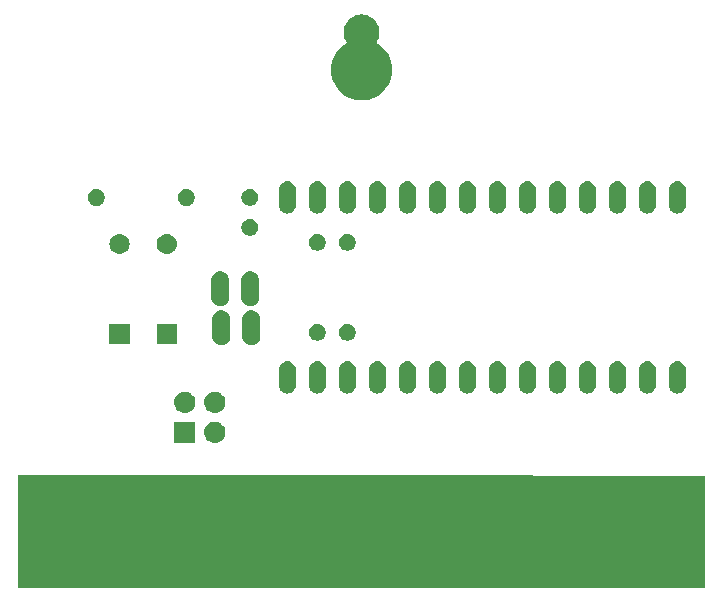
<source format=gbr>
G04 #@! TF.GenerationSoftware,KiCad,Pcbnew,5.0.2-bee76a0~70~ubuntu18.04.1*
G04 #@! TF.CreationDate,2021-04-24T22:48:44-04:00*
G04 #@! TF.ProjectId,SimpleC64Cart,53696d70-6c65-4433-9634-436172742e6b,rev?*
G04 #@! TF.SameCoordinates,Original*
G04 #@! TF.FileFunction,Soldermask,Bot*
G04 #@! TF.FilePolarity,Negative*
%FSLAX46Y46*%
G04 Gerber Fmt 4.6, Leading zero omitted, Abs format (unit mm)*
G04 Created by KiCad (PCBNEW 5.0.2-bee76a0~70~ubuntu18.04.1) date Sat 24 Apr 2021 10:48:44 PM EDT*
%MOMM*%
%LPD*%
G01*
G04 APERTURE LIST*
%ADD10C,0.100000*%
G04 APERTURE END LIST*
D10*
G36*
X119402319Y-119970004D02*
X119402320Y-119970004D01*
X148602674Y-119980037D01*
X177600000Y-119990000D01*
X177600000Y-129510000D01*
X119390000Y-129510000D01*
X119390000Y-119970000D01*
X119402319Y-119970004D01*
X119402319Y-119970004D01*
G37*
G36*
X136170442Y-115425518D02*
X136236627Y-115432037D01*
X136349853Y-115466384D01*
X136406467Y-115483557D01*
X136545087Y-115557652D01*
X136562991Y-115567222D01*
X136598729Y-115596552D01*
X136700186Y-115679814D01*
X136783448Y-115781271D01*
X136812778Y-115817009D01*
X136812779Y-115817011D01*
X136896443Y-115973533D01*
X136896443Y-115973534D01*
X136947963Y-116143373D01*
X136965359Y-116320000D01*
X136947963Y-116496627D01*
X136913616Y-116609853D01*
X136896443Y-116666467D01*
X136822348Y-116805087D01*
X136812778Y-116822991D01*
X136783448Y-116858729D01*
X136700186Y-116960186D01*
X136598729Y-117043448D01*
X136562991Y-117072778D01*
X136562989Y-117072779D01*
X136406467Y-117156443D01*
X136349853Y-117173616D01*
X136236627Y-117207963D01*
X136170443Y-117214481D01*
X136104260Y-117221000D01*
X136015740Y-117221000D01*
X135949557Y-117214481D01*
X135883373Y-117207963D01*
X135770147Y-117173616D01*
X135713533Y-117156443D01*
X135557011Y-117072779D01*
X135557009Y-117072778D01*
X135521271Y-117043448D01*
X135419814Y-116960186D01*
X135336552Y-116858729D01*
X135307222Y-116822991D01*
X135297652Y-116805087D01*
X135223557Y-116666467D01*
X135206384Y-116609853D01*
X135172037Y-116496627D01*
X135154641Y-116320000D01*
X135172037Y-116143373D01*
X135223557Y-115973534D01*
X135223557Y-115973533D01*
X135307221Y-115817011D01*
X135307222Y-115817009D01*
X135336552Y-115781271D01*
X135419814Y-115679814D01*
X135521271Y-115596552D01*
X135557009Y-115567222D01*
X135574913Y-115557652D01*
X135713533Y-115483557D01*
X135770147Y-115466384D01*
X135883373Y-115432037D01*
X135949558Y-115425518D01*
X136015740Y-115419000D01*
X136104260Y-115419000D01*
X136170442Y-115425518D01*
X136170442Y-115425518D01*
G37*
G36*
X134421000Y-117221000D02*
X132619000Y-117221000D01*
X132619000Y-115419000D01*
X134421000Y-115419000D01*
X134421000Y-117221000D01*
X134421000Y-117221000D01*
G37*
G36*
X136170442Y-112885518D02*
X136236627Y-112892037D01*
X136347606Y-112925702D01*
X136406467Y-112943557D01*
X136496613Y-112991742D01*
X136562991Y-113027222D01*
X136598729Y-113056552D01*
X136700186Y-113139814D01*
X136783448Y-113241271D01*
X136812778Y-113277009D01*
X136812779Y-113277011D01*
X136896443Y-113433533D01*
X136896443Y-113433534D01*
X136947963Y-113603373D01*
X136965359Y-113780000D01*
X136947963Y-113956627D01*
X136913616Y-114069853D01*
X136896443Y-114126467D01*
X136822348Y-114265087D01*
X136812778Y-114282991D01*
X136783448Y-114318729D01*
X136700186Y-114420186D01*
X136598729Y-114503448D01*
X136562991Y-114532778D01*
X136562989Y-114532779D01*
X136406467Y-114616443D01*
X136349853Y-114633616D01*
X136236627Y-114667963D01*
X136170442Y-114674482D01*
X136104260Y-114681000D01*
X136015740Y-114681000D01*
X135949558Y-114674482D01*
X135883373Y-114667963D01*
X135770147Y-114633616D01*
X135713533Y-114616443D01*
X135557011Y-114532779D01*
X135557009Y-114532778D01*
X135521271Y-114503448D01*
X135419814Y-114420186D01*
X135336552Y-114318729D01*
X135307222Y-114282991D01*
X135297652Y-114265087D01*
X135223557Y-114126467D01*
X135206384Y-114069853D01*
X135172037Y-113956627D01*
X135154641Y-113780000D01*
X135172037Y-113603373D01*
X135223557Y-113433534D01*
X135223557Y-113433533D01*
X135307221Y-113277011D01*
X135307222Y-113277009D01*
X135336552Y-113241271D01*
X135419814Y-113139814D01*
X135521271Y-113056552D01*
X135557009Y-113027222D01*
X135623387Y-112991742D01*
X135713533Y-112943557D01*
X135772394Y-112925702D01*
X135883373Y-112892037D01*
X135949558Y-112885518D01*
X136015740Y-112879000D01*
X136104260Y-112879000D01*
X136170442Y-112885518D01*
X136170442Y-112885518D01*
G37*
G36*
X133630442Y-112885518D02*
X133696627Y-112892037D01*
X133807606Y-112925702D01*
X133866467Y-112943557D01*
X133956613Y-112991742D01*
X134022991Y-113027222D01*
X134058729Y-113056552D01*
X134160186Y-113139814D01*
X134243448Y-113241271D01*
X134272778Y-113277009D01*
X134272779Y-113277011D01*
X134356443Y-113433533D01*
X134356443Y-113433534D01*
X134407963Y-113603373D01*
X134425359Y-113780000D01*
X134407963Y-113956627D01*
X134373616Y-114069853D01*
X134356443Y-114126467D01*
X134282348Y-114265087D01*
X134272778Y-114282991D01*
X134243448Y-114318729D01*
X134160186Y-114420186D01*
X134058729Y-114503448D01*
X134022991Y-114532778D01*
X134022989Y-114532779D01*
X133866467Y-114616443D01*
X133809853Y-114633616D01*
X133696627Y-114667963D01*
X133630442Y-114674482D01*
X133564260Y-114681000D01*
X133475740Y-114681000D01*
X133409558Y-114674482D01*
X133343373Y-114667963D01*
X133230147Y-114633616D01*
X133173533Y-114616443D01*
X133017011Y-114532779D01*
X133017009Y-114532778D01*
X132981271Y-114503448D01*
X132879814Y-114420186D01*
X132796552Y-114318729D01*
X132767222Y-114282991D01*
X132757652Y-114265087D01*
X132683557Y-114126467D01*
X132666384Y-114069853D01*
X132632037Y-113956627D01*
X132614641Y-113780000D01*
X132632037Y-113603373D01*
X132683557Y-113433534D01*
X132683557Y-113433533D01*
X132767221Y-113277011D01*
X132767222Y-113277009D01*
X132796552Y-113241271D01*
X132879814Y-113139814D01*
X132981271Y-113056552D01*
X133017009Y-113027222D01*
X133083387Y-112991742D01*
X133173533Y-112943557D01*
X133232394Y-112925702D01*
X133343373Y-112892037D01*
X133409558Y-112885518D01*
X133475740Y-112879000D01*
X133564260Y-112879000D01*
X133630442Y-112885518D01*
X133630442Y-112885518D01*
G37*
G36*
X165210520Y-110309790D02*
X165344580Y-110350457D01*
X165468129Y-110416495D01*
X165576431Y-110505375D01*
X165665303Y-110613666D01*
X165731343Y-110737219D01*
X165772010Y-110871279D01*
X165782300Y-110975760D01*
X165782300Y-112366440D01*
X165772010Y-112470921D01*
X165731343Y-112604981D01*
X165665303Y-112728534D01*
X165576428Y-112836828D01*
X165468134Y-112925703D01*
X165344581Y-112991743D01*
X165210521Y-113032410D01*
X165071100Y-113046141D01*
X164931680Y-113032410D01*
X164797620Y-112991743D01*
X164674067Y-112925703D01*
X164565773Y-112836828D01*
X164476898Y-112728534D01*
X164410858Y-112604981D01*
X164370191Y-112470921D01*
X164359901Y-112366440D01*
X164359900Y-110975761D01*
X164370190Y-110871280D01*
X164410857Y-110737220D01*
X164476895Y-110613671D01*
X164565775Y-110505369D01*
X164674066Y-110416497D01*
X164797619Y-110350457D01*
X164931679Y-110309790D01*
X165071100Y-110296059D01*
X165210520Y-110309790D01*
X165210520Y-110309790D01*
G37*
G36*
X157590520Y-110309790D02*
X157724580Y-110350457D01*
X157848129Y-110416495D01*
X157956431Y-110505375D01*
X158045303Y-110613666D01*
X158111343Y-110737219D01*
X158152010Y-110871279D01*
X158162300Y-110975760D01*
X158162300Y-112366440D01*
X158152010Y-112470921D01*
X158111343Y-112604981D01*
X158045303Y-112728534D01*
X157956428Y-112836828D01*
X157848134Y-112925703D01*
X157724581Y-112991743D01*
X157590521Y-113032410D01*
X157451100Y-113046141D01*
X157311680Y-113032410D01*
X157177620Y-112991743D01*
X157054067Y-112925703D01*
X156945773Y-112836828D01*
X156856898Y-112728534D01*
X156790858Y-112604981D01*
X156750191Y-112470921D01*
X156739901Y-112366440D01*
X156739900Y-110975761D01*
X156750190Y-110871280D01*
X156790857Y-110737220D01*
X156856895Y-110613671D01*
X156945775Y-110505369D01*
X157054066Y-110416497D01*
X157177619Y-110350457D01*
X157311679Y-110309790D01*
X157451100Y-110296059D01*
X157590520Y-110309790D01*
X157590520Y-110309790D01*
G37*
G36*
X172830520Y-110309790D02*
X172964580Y-110350457D01*
X173088129Y-110416495D01*
X173196431Y-110505375D01*
X173285303Y-110613666D01*
X173351343Y-110737219D01*
X173392010Y-110871279D01*
X173402300Y-110975760D01*
X173402300Y-112366440D01*
X173392010Y-112470921D01*
X173351343Y-112604981D01*
X173285303Y-112728534D01*
X173196428Y-112836828D01*
X173088134Y-112925703D01*
X172964581Y-112991743D01*
X172830521Y-113032410D01*
X172691100Y-113046141D01*
X172551680Y-113032410D01*
X172417620Y-112991743D01*
X172294067Y-112925703D01*
X172185773Y-112836828D01*
X172096898Y-112728534D01*
X172030858Y-112604981D01*
X171990191Y-112470921D01*
X171979901Y-112366440D01*
X171979900Y-110975761D01*
X171990190Y-110871280D01*
X172030857Y-110737220D01*
X172096895Y-110613671D01*
X172185775Y-110505369D01*
X172294066Y-110416497D01*
X172417619Y-110350457D01*
X172551679Y-110309790D01*
X172691100Y-110296059D01*
X172830520Y-110309790D01*
X172830520Y-110309790D01*
G37*
G36*
X170290520Y-110309790D02*
X170424580Y-110350457D01*
X170548129Y-110416495D01*
X170656431Y-110505375D01*
X170745303Y-110613666D01*
X170811343Y-110737219D01*
X170852010Y-110871279D01*
X170862300Y-110975760D01*
X170862300Y-112366440D01*
X170852010Y-112470921D01*
X170811343Y-112604981D01*
X170745303Y-112728534D01*
X170656428Y-112836828D01*
X170548134Y-112925703D01*
X170424581Y-112991743D01*
X170290521Y-113032410D01*
X170151100Y-113046141D01*
X170011680Y-113032410D01*
X169877620Y-112991743D01*
X169754067Y-112925703D01*
X169645773Y-112836828D01*
X169556898Y-112728534D01*
X169490858Y-112604981D01*
X169450191Y-112470921D01*
X169439901Y-112366440D01*
X169439900Y-110975761D01*
X169450190Y-110871280D01*
X169490857Y-110737220D01*
X169556895Y-110613671D01*
X169645775Y-110505369D01*
X169754066Y-110416497D01*
X169877619Y-110350457D01*
X170011679Y-110309790D01*
X170151100Y-110296059D01*
X170290520Y-110309790D01*
X170290520Y-110309790D01*
G37*
G36*
X167750520Y-110309790D02*
X167884580Y-110350457D01*
X168008129Y-110416495D01*
X168116431Y-110505375D01*
X168205303Y-110613666D01*
X168271343Y-110737219D01*
X168312010Y-110871279D01*
X168322300Y-110975760D01*
X168322300Y-112366440D01*
X168312010Y-112470921D01*
X168271343Y-112604981D01*
X168205303Y-112728534D01*
X168116428Y-112836828D01*
X168008134Y-112925703D01*
X167884581Y-112991743D01*
X167750521Y-113032410D01*
X167611100Y-113046141D01*
X167471680Y-113032410D01*
X167337620Y-112991743D01*
X167214067Y-112925703D01*
X167105773Y-112836828D01*
X167016898Y-112728534D01*
X166950858Y-112604981D01*
X166910191Y-112470921D01*
X166899901Y-112366440D01*
X166899900Y-110975761D01*
X166910190Y-110871280D01*
X166950857Y-110737220D01*
X167016895Y-110613671D01*
X167105775Y-110505369D01*
X167214066Y-110416497D01*
X167337619Y-110350457D01*
X167471679Y-110309790D01*
X167611100Y-110296059D01*
X167750520Y-110309790D01*
X167750520Y-110309790D01*
G37*
G36*
X162670520Y-110309790D02*
X162804580Y-110350457D01*
X162928129Y-110416495D01*
X163036431Y-110505375D01*
X163125303Y-110613666D01*
X163191343Y-110737219D01*
X163232010Y-110871279D01*
X163242300Y-110975760D01*
X163242300Y-112366440D01*
X163232010Y-112470921D01*
X163191343Y-112604981D01*
X163125303Y-112728534D01*
X163036428Y-112836828D01*
X162928134Y-112925703D01*
X162804581Y-112991743D01*
X162670521Y-113032410D01*
X162531100Y-113046141D01*
X162391680Y-113032410D01*
X162257620Y-112991743D01*
X162134067Y-112925703D01*
X162025773Y-112836828D01*
X161936898Y-112728534D01*
X161870858Y-112604981D01*
X161830191Y-112470921D01*
X161819901Y-112366440D01*
X161819900Y-110975761D01*
X161830190Y-110871280D01*
X161870857Y-110737220D01*
X161936895Y-110613671D01*
X162025775Y-110505369D01*
X162134066Y-110416497D01*
X162257619Y-110350457D01*
X162391679Y-110309790D01*
X162531100Y-110296059D01*
X162670520Y-110309790D01*
X162670520Y-110309790D01*
G37*
G36*
X160130520Y-110309790D02*
X160264580Y-110350457D01*
X160388129Y-110416495D01*
X160496431Y-110505375D01*
X160585303Y-110613666D01*
X160651343Y-110737219D01*
X160692010Y-110871279D01*
X160702300Y-110975760D01*
X160702300Y-112366440D01*
X160692010Y-112470921D01*
X160651343Y-112604981D01*
X160585303Y-112728534D01*
X160496428Y-112836828D01*
X160388134Y-112925703D01*
X160264581Y-112991743D01*
X160130521Y-113032410D01*
X159991100Y-113046141D01*
X159851680Y-113032410D01*
X159717620Y-112991743D01*
X159594067Y-112925703D01*
X159485773Y-112836828D01*
X159396898Y-112728534D01*
X159330858Y-112604981D01*
X159290191Y-112470921D01*
X159279901Y-112366440D01*
X159279900Y-110975761D01*
X159290190Y-110871280D01*
X159330857Y-110737220D01*
X159396895Y-110613671D01*
X159485775Y-110505369D01*
X159594066Y-110416497D01*
X159717619Y-110350457D01*
X159851679Y-110309790D01*
X159991100Y-110296059D01*
X160130520Y-110309790D01*
X160130520Y-110309790D01*
G37*
G36*
X155050520Y-110309790D02*
X155184580Y-110350457D01*
X155308129Y-110416495D01*
X155416431Y-110505375D01*
X155505303Y-110613666D01*
X155571343Y-110737219D01*
X155612010Y-110871279D01*
X155622300Y-110975760D01*
X155622300Y-112366440D01*
X155612010Y-112470921D01*
X155571343Y-112604981D01*
X155505303Y-112728534D01*
X155416428Y-112836828D01*
X155308134Y-112925703D01*
X155184581Y-112991743D01*
X155050521Y-113032410D01*
X154911100Y-113046141D01*
X154771680Y-113032410D01*
X154637620Y-112991743D01*
X154514067Y-112925703D01*
X154405773Y-112836828D01*
X154316898Y-112728534D01*
X154250858Y-112604981D01*
X154210191Y-112470921D01*
X154199901Y-112366440D01*
X154199900Y-110975761D01*
X154210190Y-110871280D01*
X154250857Y-110737220D01*
X154316895Y-110613671D01*
X154405775Y-110505369D01*
X154514066Y-110416497D01*
X154637619Y-110350457D01*
X154771679Y-110309790D01*
X154911100Y-110296059D01*
X155050520Y-110309790D01*
X155050520Y-110309790D01*
G37*
G36*
X152510520Y-110309790D02*
X152644580Y-110350457D01*
X152768129Y-110416495D01*
X152876431Y-110505375D01*
X152965303Y-110613666D01*
X153031343Y-110737219D01*
X153072010Y-110871279D01*
X153082300Y-110975760D01*
X153082300Y-112366440D01*
X153072010Y-112470921D01*
X153031343Y-112604981D01*
X152965303Y-112728534D01*
X152876428Y-112836828D01*
X152768134Y-112925703D01*
X152644581Y-112991743D01*
X152510521Y-113032410D01*
X152371100Y-113046141D01*
X152231680Y-113032410D01*
X152097620Y-112991743D01*
X151974067Y-112925703D01*
X151865773Y-112836828D01*
X151776898Y-112728534D01*
X151710858Y-112604981D01*
X151670191Y-112470921D01*
X151659901Y-112366440D01*
X151659900Y-110975761D01*
X151670190Y-110871280D01*
X151710857Y-110737220D01*
X151776895Y-110613671D01*
X151865775Y-110505369D01*
X151974066Y-110416497D01*
X152097619Y-110350457D01*
X152231679Y-110309790D01*
X152371100Y-110296059D01*
X152510520Y-110309790D01*
X152510520Y-110309790D01*
G37*
G36*
X149970520Y-110309790D02*
X150104580Y-110350457D01*
X150228129Y-110416495D01*
X150336431Y-110505375D01*
X150425303Y-110613666D01*
X150491343Y-110737219D01*
X150532010Y-110871279D01*
X150542300Y-110975760D01*
X150542300Y-112366440D01*
X150532010Y-112470921D01*
X150491343Y-112604981D01*
X150425303Y-112728534D01*
X150336428Y-112836828D01*
X150228134Y-112925703D01*
X150104581Y-112991743D01*
X149970521Y-113032410D01*
X149831100Y-113046141D01*
X149691680Y-113032410D01*
X149557620Y-112991743D01*
X149434067Y-112925703D01*
X149325773Y-112836828D01*
X149236898Y-112728534D01*
X149170858Y-112604981D01*
X149130191Y-112470921D01*
X149119901Y-112366440D01*
X149119900Y-110975761D01*
X149130190Y-110871280D01*
X149170857Y-110737220D01*
X149236895Y-110613671D01*
X149325775Y-110505369D01*
X149434066Y-110416497D01*
X149557619Y-110350457D01*
X149691679Y-110309790D01*
X149831100Y-110296059D01*
X149970520Y-110309790D01*
X149970520Y-110309790D01*
G37*
G36*
X147430520Y-110309790D02*
X147564580Y-110350457D01*
X147688129Y-110416495D01*
X147796431Y-110505375D01*
X147885303Y-110613666D01*
X147951343Y-110737219D01*
X147992010Y-110871279D01*
X148002300Y-110975760D01*
X148002300Y-112366440D01*
X147992010Y-112470921D01*
X147951343Y-112604981D01*
X147885303Y-112728534D01*
X147796428Y-112836828D01*
X147688134Y-112925703D01*
X147564581Y-112991743D01*
X147430521Y-113032410D01*
X147291100Y-113046141D01*
X147151680Y-113032410D01*
X147017620Y-112991743D01*
X146894067Y-112925703D01*
X146785773Y-112836828D01*
X146696898Y-112728534D01*
X146630858Y-112604981D01*
X146590191Y-112470921D01*
X146579901Y-112366440D01*
X146579900Y-110975761D01*
X146590190Y-110871280D01*
X146630857Y-110737220D01*
X146696895Y-110613671D01*
X146785775Y-110505369D01*
X146894066Y-110416497D01*
X147017619Y-110350457D01*
X147151679Y-110309790D01*
X147291100Y-110296059D01*
X147430520Y-110309790D01*
X147430520Y-110309790D01*
G37*
G36*
X144890520Y-110309790D02*
X145024580Y-110350457D01*
X145148129Y-110416495D01*
X145256431Y-110505375D01*
X145345303Y-110613666D01*
X145411343Y-110737219D01*
X145452010Y-110871279D01*
X145462300Y-110975760D01*
X145462300Y-112366440D01*
X145452010Y-112470921D01*
X145411343Y-112604981D01*
X145345303Y-112728534D01*
X145256428Y-112836828D01*
X145148134Y-112925703D01*
X145024581Y-112991743D01*
X144890521Y-113032410D01*
X144751100Y-113046141D01*
X144611680Y-113032410D01*
X144477620Y-112991743D01*
X144354067Y-112925703D01*
X144245773Y-112836828D01*
X144156898Y-112728534D01*
X144090858Y-112604981D01*
X144050191Y-112470921D01*
X144039901Y-112366440D01*
X144039900Y-110975761D01*
X144050190Y-110871280D01*
X144090857Y-110737220D01*
X144156895Y-110613671D01*
X144245775Y-110505369D01*
X144354066Y-110416497D01*
X144477619Y-110350457D01*
X144611679Y-110309790D01*
X144751100Y-110296059D01*
X144890520Y-110309790D01*
X144890520Y-110309790D01*
G37*
G36*
X175370520Y-110309790D02*
X175504580Y-110350457D01*
X175628129Y-110416495D01*
X175736431Y-110505375D01*
X175825303Y-110613666D01*
X175891343Y-110737219D01*
X175932010Y-110871279D01*
X175942300Y-110975760D01*
X175942300Y-112366440D01*
X175932010Y-112470921D01*
X175891343Y-112604981D01*
X175825303Y-112728534D01*
X175736428Y-112836828D01*
X175628134Y-112925703D01*
X175504581Y-112991743D01*
X175370521Y-113032410D01*
X175231100Y-113046141D01*
X175091680Y-113032410D01*
X174957620Y-112991743D01*
X174834067Y-112925703D01*
X174725773Y-112836828D01*
X174636898Y-112728534D01*
X174570858Y-112604981D01*
X174530191Y-112470921D01*
X174519901Y-112366440D01*
X174519900Y-110975761D01*
X174530190Y-110871280D01*
X174570857Y-110737220D01*
X174636895Y-110613671D01*
X174725775Y-110505369D01*
X174834066Y-110416497D01*
X174957619Y-110350457D01*
X175091679Y-110309790D01*
X175231100Y-110296059D01*
X175370520Y-110309790D01*
X175370520Y-110309790D01*
G37*
G36*
X142350520Y-110309790D02*
X142484580Y-110350457D01*
X142608129Y-110416495D01*
X142716431Y-110505375D01*
X142805303Y-110613666D01*
X142871343Y-110737219D01*
X142912010Y-110871279D01*
X142922300Y-110975760D01*
X142922300Y-112366440D01*
X142912010Y-112470921D01*
X142871343Y-112604981D01*
X142805303Y-112728534D01*
X142716428Y-112836828D01*
X142608134Y-112925703D01*
X142484581Y-112991743D01*
X142350521Y-113032410D01*
X142211100Y-113046141D01*
X142071680Y-113032410D01*
X141937620Y-112991743D01*
X141814067Y-112925703D01*
X141705773Y-112836828D01*
X141616898Y-112728534D01*
X141550858Y-112604981D01*
X141510191Y-112470921D01*
X141499901Y-112366440D01*
X141499900Y-110975761D01*
X141510190Y-110871280D01*
X141550857Y-110737220D01*
X141616895Y-110613671D01*
X141705775Y-110505369D01*
X141814066Y-110416497D01*
X141937619Y-110350457D01*
X142071679Y-110309790D01*
X142211100Y-110296059D01*
X142350520Y-110309790D01*
X142350520Y-110309790D01*
G37*
G36*
X136769378Y-106007826D02*
X136865136Y-106036874D01*
X136913016Y-106051398D01*
X136961299Y-106077206D01*
X137045392Y-106122155D01*
X137161422Y-106217378D01*
X137256645Y-106333408D01*
X137301594Y-106417501D01*
X137327402Y-106465784D01*
X137327402Y-106465785D01*
X137370974Y-106609422D01*
X137382000Y-106721374D01*
X137382000Y-108218626D01*
X137370974Y-108330578D01*
X137345813Y-108413523D01*
X137327402Y-108474216D01*
X137318239Y-108491358D01*
X137256645Y-108606592D01*
X137256643Y-108606594D01*
X137161425Y-108722619D01*
X137161423Y-108722620D01*
X137161422Y-108722622D01*
X137045391Y-108817845D01*
X136983362Y-108851000D01*
X136913015Y-108888602D01*
X136865135Y-108903126D01*
X136769377Y-108932174D01*
X136620000Y-108946886D01*
X136470622Y-108932174D01*
X136374864Y-108903126D01*
X136326984Y-108888602D01*
X136256637Y-108851000D01*
X136194608Y-108817845D01*
X136148196Y-108779756D01*
X136078581Y-108722625D01*
X136078580Y-108722623D01*
X136078578Y-108722622D01*
X135983355Y-108606591D01*
X135947976Y-108540402D01*
X135912598Y-108474215D01*
X135894188Y-108413523D01*
X135869026Y-108330577D01*
X135858000Y-108218625D01*
X135858001Y-106721374D01*
X135869027Y-106609422D01*
X135912599Y-106465785D01*
X135912599Y-106465784D01*
X135938407Y-106417501D01*
X135983356Y-106333408D01*
X136078579Y-106217378D01*
X136194609Y-106122155D01*
X136278702Y-106077206D01*
X136326985Y-106051398D01*
X136374865Y-106036874D01*
X136470623Y-106007826D01*
X136620000Y-105993114D01*
X136769378Y-106007826D01*
X136769378Y-106007826D01*
G37*
G36*
X139309378Y-106007826D02*
X139405136Y-106036874D01*
X139453016Y-106051398D01*
X139501299Y-106077206D01*
X139585392Y-106122155D01*
X139701422Y-106217378D01*
X139796645Y-106333408D01*
X139841594Y-106417501D01*
X139867402Y-106465784D01*
X139867402Y-106465785D01*
X139910974Y-106609422D01*
X139922000Y-106721374D01*
X139922000Y-108218626D01*
X139910974Y-108330578D01*
X139885813Y-108413523D01*
X139867402Y-108474216D01*
X139858239Y-108491358D01*
X139796645Y-108606592D01*
X139796643Y-108606594D01*
X139701425Y-108722619D01*
X139701423Y-108722620D01*
X139701422Y-108722622D01*
X139585391Y-108817845D01*
X139523362Y-108851000D01*
X139453015Y-108888602D01*
X139405135Y-108903126D01*
X139309377Y-108932174D01*
X139160000Y-108946886D01*
X139010622Y-108932174D01*
X138914864Y-108903126D01*
X138866984Y-108888602D01*
X138796637Y-108851000D01*
X138734608Y-108817845D01*
X138688196Y-108779756D01*
X138618581Y-108722625D01*
X138618580Y-108722623D01*
X138618578Y-108722622D01*
X138523355Y-108606591D01*
X138487976Y-108540402D01*
X138452598Y-108474215D01*
X138434188Y-108413523D01*
X138409026Y-108330577D01*
X138398000Y-108218625D01*
X138398001Y-106721374D01*
X138409027Y-106609422D01*
X138452599Y-106465785D01*
X138452599Y-106465784D01*
X138478407Y-106417501D01*
X138523356Y-106333408D01*
X138618579Y-106217378D01*
X138734609Y-106122155D01*
X138818702Y-106077206D01*
X138866985Y-106051398D01*
X138914865Y-106036874D01*
X139010623Y-106007826D01*
X139160000Y-105993114D01*
X139309378Y-106007826D01*
X139309378Y-106007826D01*
G37*
G36*
X128851000Y-108851000D02*
X127149000Y-108851000D01*
X127149000Y-107149000D01*
X128851000Y-107149000D01*
X128851000Y-108851000D01*
X128851000Y-108851000D01*
G37*
G36*
X132851000Y-108851000D02*
X131149000Y-108851000D01*
X131149000Y-107149000D01*
X132851000Y-107149000D01*
X132851000Y-108851000D01*
X132851000Y-108851000D01*
G37*
G36*
X147498550Y-107177231D02*
X147627978Y-107230842D01*
X147744466Y-107308677D01*
X147843523Y-107407734D01*
X147921358Y-107524222D01*
X147974969Y-107653650D01*
X148002300Y-107791052D01*
X148002300Y-107931148D01*
X147974969Y-108068550D01*
X147921358Y-108197978D01*
X147843523Y-108314466D01*
X147744466Y-108413523D01*
X147627978Y-108491358D01*
X147498550Y-108544969D01*
X147361148Y-108572300D01*
X147221052Y-108572300D01*
X147083650Y-108544969D01*
X146954222Y-108491358D01*
X146837734Y-108413523D01*
X146738677Y-108314466D01*
X146660842Y-108197978D01*
X146607231Y-108068550D01*
X146579900Y-107931148D01*
X146579900Y-107791052D01*
X146607231Y-107653650D01*
X146660842Y-107524222D01*
X146738677Y-107407734D01*
X146837734Y-107308677D01*
X146954222Y-107230842D01*
X147083650Y-107177231D01*
X147221052Y-107149900D01*
X147361148Y-107149900D01*
X147498550Y-107177231D01*
X147498550Y-107177231D01*
G37*
G36*
X144958550Y-107177231D02*
X145087978Y-107230842D01*
X145204466Y-107308677D01*
X145303523Y-107407734D01*
X145381358Y-107524222D01*
X145434969Y-107653650D01*
X145462300Y-107791052D01*
X145462300Y-107931148D01*
X145434969Y-108068550D01*
X145381358Y-108197978D01*
X145303523Y-108314466D01*
X145204466Y-108413523D01*
X145087978Y-108491358D01*
X144958550Y-108544969D01*
X144821148Y-108572300D01*
X144681052Y-108572300D01*
X144543650Y-108544969D01*
X144414222Y-108491358D01*
X144297734Y-108413523D01*
X144198677Y-108314466D01*
X144120842Y-108197978D01*
X144067231Y-108068550D01*
X144039900Y-107931148D01*
X144039900Y-107791052D01*
X144067231Y-107653650D01*
X144120842Y-107524222D01*
X144198677Y-107407734D01*
X144297734Y-107308677D01*
X144414222Y-107230842D01*
X144543650Y-107177231D01*
X144681052Y-107149900D01*
X144821148Y-107149900D01*
X144958550Y-107177231D01*
X144958550Y-107177231D01*
G37*
G36*
X139209378Y-102707826D02*
X139305136Y-102736874D01*
X139353016Y-102751398D01*
X139401299Y-102777206D01*
X139485392Y-102822155D01*
X139601422Y-102917378D01*
X139696645Y-103033408D01*
X139741594Y-103117501D01*
X139767402Y-103165784D01*
X139767402Y-103165785D01*
X139810974Y-103309422D01*
X139822000Y-103421374D01*
X139822000Y-104918626D01*
X139810974Y-105030578D01*
X139781926Y-105126336D01*
X139767402Y-105174216D01*
X139741594Y-105222499D01*
X139696645Y-105306592D01*
X139696643Y-105306594D01*
X139601425Y-105422619D01*
X139601423Y-105422620D01*
X139601422Y-105422622D01*
X139485391Y-105517845D01*
X139419203Y-105553223D01*
X139353015Y-105588602D01*
X139305135Y-105603126D01*
X139209377Y-105632174D01*
X139060000Y-105646886D01*
X138910622Y-105632174D01*
X138814864Y-105603126D01*
X138766984Y-105588602D01*
X138718701Y-105562794D01*
X138634608Y-105517845D01*
X138588196Y-105479756D01*
X138518581Y-105422625D01*
X138518580Y-105422623D01*
X138518578Y-105422622D01*
X138423355Y-105306591D01*
X138352599Y-105174216D01*
X138352598Y-105174215D01*
X138338074Y-105126335D01*
X138309026Y-105030577D01*
X138298000Y-104918625D01*
X138298001Y-103421374D01*
X138309027Y-103309422D01*
X138352599Y-103165785D01*
X138352599Y-103165784D01*
X138378407Y-103117501D01*
X138423356Y-103033408D01*
X138518579Y-102917378D01*
X138634609Y-102822155D01*
X138718702Y-102777206D01*
X138766985Y-102751398D01*
X138814865Y-102736874D01*
X138910623Y-102707826D01*
X139060000Y-102693114D01*
X139209378Y-102707826D01*
X139209378Y-102707826D01*
G37*
G36*
X136669378Y-102707826D02*
X136765136Y-102736874D01*
X136813016Y-102751398D01*
X136861299Y-102777206D01*
X136945392Y-102822155D01*
X137061422Y-102917378D01*
X137156645Y-103033408D01*
X137201594Y-103117501D01*
X137227402Y-103165784D01*
X137227402Y-103165785D01*
X137270974Y-103309422D01*
X137282000Y-103421374D01*
X137282000Y-104918626D01*
X137270974Y-105030578D01*
X137241926Y-105126336D01*
X137227402Y-105174216D01*
X137201594Y-105222499D01*
X137156645Y-105306592D01*
X137156643Y-105306594D01*
X137061425Y-105422619D01*
X137061423Y-105422620D01*
X137061422Y-105422622D01*
X136945391Y-105517845D01*
X136879203Y-105553223D01*
X136813015Y-105588602D01*
X136765135Y-105603126D01*
X136669377Y-105632174D01*
X136520000Y-105646886D01*
X136370622Y-105632174D01*
X136274864Y-105603126D01*
X136226984Y-105588602D01*
X136178701Y-105562794D01*
X136094608Y-105517845D01*
X136048196Y-105479756D01*
X135978581Y-105422625D01*
X135978580Y-105422623D01*
X135978578Y-105422622D01*
X135883355Y-105306591D01*
X135812599Y-105174216D01*
X135812598Y-105174215D01*
X135798074Y-105126335D01*
X135769026Y-105030577D01*
X135758000Y-104918625D01*
X135758001Y-103421374D01*
X135769027Y-103309422D01*
X135812599Y-103165785D01*
X135812599Y-103165784D01*
X135838407Y-103117501D01*
X135883356Y-103033408D01*
X135978579Y-102917378D01*
X136094609Y-102822155D01*
X136178702Y-102777206D01*
X136226985Y-102751398D01*
X136274865Y-102736874D01*
X136370623Y-102707826D01*
X136520000Y-102693114D01*
X136669378Y-102707826D01*
X136669378Y-102707826D01*
G37*
G36*
X128166821Y-99541313D02*
X128166824Y-99541314D01*
X128166825Y-99541314D01*
X128327239Y-99589975D01*
X128327241Y-99589976D01*
X128327244Y-99589977D01*
X128475078Y-99668995D01*
X128604659Y-99775341D01*
X128711005Y-99904922D01*
X128790023Y-100052756D01*
X128838687Y-100213179D01*
X128855117Y-100380000D01*
X128838687Y-100546821D01*
X128838686Y-100546824D01*
X128838686Y-100546825D01*
X128793900Y-100694466D01*
X128790023Y-100707244D01*
X128711005Y-100855078D01*
X128604659Y-100984659D01*
X128475078Y-101091005D01*
X128327244Y-101170023D01*
X128327241Y-101170024D01*
X128327239Y-101170025D01*
X128166825Y-101218686D01*
X128166824Y-101218686D01*
X128166821Y-101218687D01*
X128041804Y-101231000D01*
X127958196Y-101231000D01*
X127833179Y-101218687D01*
X127833176Y-101218686D01*
X127833175Y-101218686D01*
X127672761Y-101170025D01*
X127672759Y-101170024D01*
X127672756Y-101170023D01*
X127524922Y-101091005D01*
X127395341Y-100984659D01*
X127288995Y-100855078D01*
X127209977Y-100707244D01*
X127206101Y-100694466D01*
X127161314Y-100546825D01*
X127161314Y-100546824D01*
X127161313Y-100546821D01*
X127144883Y-100380000D01*
X127161313Y-100213179D01*
X127209977Y-100052756D01*
X127288995Y-99904922D01*
X127395341Y-99775341D01*
X127524922Y-99668995D01*
X127672756Y-99589977D01*
X127672759Y-99589976D01*
X127672761Y-99589975D01*
X127833175Y-99541314D01*
X127833176Y-99541314D01*
X127833179Y-99541313D01*
X127958196Y-99529000D01*
X128041804Y-99529000D01*
X128166821Y-99541313D01*
X128166821Y-99541313D01*
G37*
G36*
X132166821Y-99541313D02*
X132166824Y-99541314D01*
X132166825Y-99541314D01*
X132327239Y-99589975D01*
X132327241Y-99589976D01*
X132327244Y-99589977D01*
X132475078Y-99668995D01*
X132604659Y-99775341D01*
X132711005Y-99904922D01*
X132790023Y-100052756D01*
X132838687Y-100213179D01*
X132855117Y-100380000D01*
X132838687Y-100546821D01*
X132838686Y-100546824D01*
X132838686Y-100546825D01*
X132793900Y-100694466D01*
X132790023Y-100707244D01*
X132711005Y-100855078D01*
X132604659Y-100984659D01*
X132475078Y-101091005D01*
X132327244Y-101170023D01*
X132327241Y-101170024D01*
X132327239Y-101170025D01*
X132166825Y-101218686D01*
X132166824Y-101218686D01*
X132166821Y-101218687D01*
X132041804Y-101231000D01*
X131958196Y-101231000D01*
X131833179Y-101218687D01*
X131833176Y-101218686D01*
X131833175Y-101218686D01*
X131672761Y-101170025D01*
X131672759Y-101170024D01*
X131672756Y-101170023D01*
X131524922Y-101091005D01*
X131395341Y-100984659D01*
X131288995Y-100855078D01*
X131209977Y-100707244D01*
X131206101Y-100694466D01*
X131161314Y-100546825D01*
X131161314Y-100546824D01*
X131161313Y-100546821D01*
X131144883Y-100380000D01*
X131161313Y-100213179D01*
X131209977Y-100052756D01*
X131288995Y-99904922D01*
X131395341Y-99775341D01*
X131524922Y-99668995D01*
X131672756Y-99589977D01*
X131672759Y-99589976D01*
X131672761Y-99589975D01*
X131833175Y-99541314D01*
X131833176Y-99541314D01*
X131833179Y-99541313D01*
X131958196Y-99529000D01*
X132041804Y-99529000D01*
X132166821Y-99541313D01*
X132166821Y-99541313D01*
G37*
G36*
X147498550Y-99557231D02*
X147627978Y-99610842D01*
X147744466Y-99688677D01*
X147843523Y-99787734D01*
X147921358Y-99904222D01*
X147974969Y-100033650D01*
X148002300Y-100171052D01*
X148002300Y-100311148D01*
X147974969Y-100448550D01*
X147921358Y-100577978D01*
X147843523Y-100694466D01*
X147744466Y-100793523D01*
X147627978Y-100871358D01*
X147498550Y-100924969D01*
X147361148Y-100952300D01*
X147221052Y-100952300D01*
X147083650Y-100924969D01*
X146954222Y-100871358D01*
X146837734Y-100793523D01*
X146738677Y-100694466D01*
X146660842Y-100577978D01*
X146607231Y-100448550D01*
X146579900Y-100311148D01*
X146579900Y-100171052D01*
X146607231Y-100033650D01*
X146660842Y-99904222D01*
X146738677Y-99787734D01*
X146837734Y-99688677D01*
X146954222Y-99610842D01*
X147083650Y-99557231D01*
X147221052Y-99529900D01*
X147361148Y-99529900D01*
X147498550Y-99557231D01*
X147498550Y-99557231D01*
G37*
G36*
X144958550Y-99557231D02*
X145087978Y-99610842D01*
X145204466Y-99688677D01*
X145303523Y-99787734D01*
X145381358Y-99904222D01*
X145434969Y-100033650D01*
X145462300Y-100171052D01*
X145462300Y-100311148D01*
X145434969Y-100448550D01*
X145381358Y-100577978D01*
X145303523Y-100694466D01*
X145204466Y-100793523D01*
X145087978Y-100871358D01*
X144958550Y-100924969D01*
X144821148Y-100952300D01*
X144681052Y-100952300D01*
X144543650Y-100924969D01*
X144414222Y-100871358D01*
X144297734Y-100793523D01*
X144198677Y-100694466D01*
X144120842Y-100577978D01*
X144067231Y-100448550D01*
X144039900Y-100311148D01*
X144039900Y-100171052D01*
X144067231Y-100033650D01*
X144120842Y-99904222D01*
X144198677Y-99787734D01*
X144297734Y-99688677D01*
X144414222Y-99610842D01*
X144543650Y-99557231D01*
X144681052Y-99529900D01*
X144821148Y-99529900D01*
X144958550Y-99557231D01*
X144958550Y-99557231D01*
G37*
G36*
X139243550Y-98287231D02*
X139372978Y-98340842D01*
X139489466Y-98418677D01*
X139588523Y-98517734D01*
X139666358Y-98634222D01*
X139719969Y-98763650D01*
X139747300Y-98901052D01*
X139747300Y-99041148D01*
X139719969Y-99178550D01*
X139666358Y-99307978D01*
X139588523Y-99424466D01*
X139489466Y-99523523D01*
X139372978Y-99601358D01*
X139243550Y-99654969D01*
X139106148Y-99682300D01*
X138966052Y-99682300D01*
X138828650Y-99654969D01*
X138699222Y-99601358D01*
X138582734Y-99523523D01*
X138483677Y-99424466D01*
X138405842Y-99307978D01*
X138352231Y-99178550D01*
X138324900Y-99041148D01*
X138324900Y-98901052D01*
X138352231Y-98763650D01*
X138405842Y-98634222D01*
X138483677Y-98517734D01*
X138582734Y-98418677D01*
X138699222Y-98340842D01*
X138828650Y-98287231D01*
X138966052Y-98259900D01*
X139106148Y-98259900D01*
X139243550Y-98287231D01*
X139243550Y-98287231D01*
G37*
G36*
X152510520Y-95069790D02*
X152644580Y-95110457D01*
X152768129Y-95176495D01*
X152876431Y-95265375D01*
X152965303Y-95373666D01*
X153031343Y-95497219D01*
X153072010Y-95631279D01*
X153082300Y-95735760D01*
X153082300Y-97126440D01*
X153072010Y-97230921D01*
X153031343Y-97364981D01*
X152965303Y-97488534D01*
X152876428Y-97596828D01*
X152768134Y-97685703D01*
X152644581Y-97751743D01*
X152510521Y-97792410D01*
X152371100Y-97806141D01*
X152231680Y-97792410D01*
X152097620Y-97751743D01*
X151974067Y-97685703D01*
X151865773Y-97596828D01*
X151776898Y-97488534D01*
X151710858Y-97364981D01*
X151670191Y-97230921D01*
X151659901Y-97126440D01*
X151659900Y-95735761D01*
X151670190Y-95631280D01*
X151710857Y-95497220D01*
X151776895Y-95373671D01*
X151865775Y-95265369D01*
X151974066Y-95176497D01*
X152097619Y-95110457D01*
X152231679Y-95069790D01*
X152371100Y-95056059D01*
X152510520Y-95069790D01*
X152510520Y-95069790D01*
G37*
G36*
X165210520Y-95069790D02*
X165344580Y-95110457D01*
X165468129Y-95176495D01*
X165576431Y-95265375D01*
X165665303Y-95373666D01*
X165731343Y-95497219D01*
X165772010Y-95631279D01*
X165782300Y-95735760D01*
X165782300Y-97126440D01*
X165772010Y-97230921D01*
X165731343Y-97364981D01*
X165665303Y-97488534D01*
X165576428Y-97596828D01*
X165468134Y-97685703D01*
X165344581Y-97751743D01*
X165210521Y-97792410D01*
X165071100Y-97806141D01*
X164931680Y-97792410D01*
X164797620Y-97751743D01*
X164674067Y-97685703D01*
X164565773Y-97596828D01*
X164476898Y-97488534D01*
X164410858Y-97364981D01*
X164370191Y-97230921D01*
X164359901Y-97126440D01*
X164359900Y-95735761D01*
X164370190Y-95631280D01*
X164410857Y-95497220D01*
X164476895Y-95373671D01*
X164565775Y-95265369D01*
X164674066Y-95176497D01*
X164797619Y-95110457D01*
X164931679Y-95069790D01*
X165071100Y-95056059D01*
X165210520Y-95069790D01*
X165210520Y-95069790D01*
G37*
G36*
X172830520Y-95069790D02*
X172964580Y-95110457D01*
X173088129Y-95176495D01*
X173196431Y-95265375D01*
X173285303Y-95373666D01*
X173351343Y-95497219D01*
X173392010Y-95631279D01*
X173402300Y-95735760D01*
X173402300Y-97126440D01*
X173392010Y-97230921D01*
X173351343Y-97364981D01*
X173285303Y-97488534D01*
X173196428Y-97596828D01*
X173088134Y-97685703D01*
X172964581Y-97751743D01*
X172830521Y-97792410D01*
X172691100Y-97806141D01*
X172551680Y-97792410D01*
X172417620Y-97751743D01*
X172294067Y-97685703D01*
X172185773Y-97596828D01*
X172096898Y-97488534D01*
X172030858Y-97364981D01*
X171990191Y-97230921D01*
X171979901Y-97126440D01*
X171979900Y-95735761D01*
X171990190Y-95631280D01*
X172030857Y-95497220D01*
X172096895Y-95373671D01*
X172185775Y-95265369D01*
X172294066Y-95176497D01*
X172417619Y-95110457D01*
X172551679Y-95069790D01*
X172691100Y-95056059D01*
X172830520Y-95069790D01*
X172830520Y-95069790D01*
G37*
G36*
X167750520Y-95069790D02*
X167884580Y-95110457D01*
X168008129Y-95176495D01*
X168116431Y-95265375D01*
X168205303Y-95373666D01*
X168271343Y-95497219D01*
X168312010Y-95631279D01*
X168322300Y-95735760D01*
X168322300Y-97126440D01*
X168312010Y-97230921D01*
X168271343Y-97364981D01*
X168205303Y-97488534D01*
X168116428Y-97596828D01*
X168008134Y-97685703D01*
X167884581Y-97751743D01*
X167750521Y-97792410D01*
X167611100Y-97806141D01*
X167471680Y-97792410D01*
X167337620Y-97751743D01*
X167214067Y-97685703D01*
X167105773Y-97596828D01*
X167016898Y-97488534D01*
X166950858Y-97364981D01*
X166910191Y-97230921D01*
X166899901Y-97126440D01*
X166899900Y-95735761D01*
X166910190Y-95631280D01*
X166950857Y-95497220D01*
X167016895Y-95373671D01*
X167105775Y-95265369D01*
X167214066Y-95176497D01*
X167337619Y-95110457D01*
X167471679Y-95069790D01*
X167611100Y-95056059D01*
X167750520Y-95069790D01*
X167750520Y-95069790D01*
G37*
G36*
X142350520Y-95069790D02*
X142484580Y-95110457D01*
X142608129Y-95176495D01*
X142716431Y-95265375D01*
X142805303Y-95373666D01*
X142871343Y-95497219D01*
X142912010Y-95631279D01*
X142922300Y-95735760D01*
X142922300Y-97126440D01*
X142912010Y-97230921D01*
X142871343Y-97364981D01*
X142805303Y-97488534D01*
X142716428Y-97596828D01*
X142608134Y-97685703D01*
X142484581Y-97751743D01*
X142350521Y-97792410D01*
X142211100Y-97806141D01*
X142071680Y-97792410D01*
X141937620Y-97751743D01*
X141814067Y-97685703D01*
X141705773Y-97596828D01*
X141616898Y-97488534D01*
X141550858Y-97364981D01*
X141510191Y-97230921D01*
X141499901Y-97126440D01*
X141499900Y-95735761D01*
X141510190Y-95631280D01*
X141550857Y-95497220D01*
X141616895Y-95373671D01*
X141705775Y-95265369D01*
X141814066Y-95176497D01*
X141937619Y-95110457D01*
X142071679Y-95069790D01*
X142211100Y-95056059D01*
X142350520Y-95069790D01*
X142350520Y-95069790D01*
G37*
G36*
X144890520Y-95069790D02*
X145024580Y-95110457D01*
X145148129Y-95176495D01*
X145256431Y-95265375D01*
X145345303Y-95373666D01*
X145411343Y-95497219D01*
X145452010Y-95631279D01*
X145462300Y-95735760D01*
X145462300Y-97126440D01*
X145452010Y-97230921D01*
X145411343Y-97364981D01*
X145345303Y-97488534D01*
X145256428Y-97596828D01*
X145148134Y-97685703D01*
X145024581Y-97751743D01*
X144890521Y-97792410D01*
X144751100Y-97806141D01*
X144611680Y-97792410D01*
X144477620Y-97751743D01*
X144354067Y-97685703D01*
X144245773Y-97596828D01*
X144156898Y-97488534D01*
X144090858Y-97364981D01*
X144050191Y-97230921D01*
X144039901Y-97126440D01*
X144039900Y-95735761D01*
X144050190Y-95631280D01*
X144090857Y-95497220D01*
X144156895Y-95373671D01*
X144245775Y-95265369D01*
X144354066Y-95176497D01*
X144477619Y-95110457D01*
X144611679Y-95069790D01*
X144751100Y-95056059D01*
X144890520Y-95069790D01*
X144890520Y-95069790D01*
G37*
G36*
X147430520Y-95069790D02*
X147564580Y-95110457D01*
X147688129Y-95176495D01*
X147796431Y-95265375D01*
X147885303Y-95373666D01*
X147951343Y-95497219D01*
X147992010Y-95631279D01*
X148002300Y-95735760D01*
X148002300Y-97126440D01*
X147992010Y-97230921D01*
X147951343Y-97364981D01*
X147885303Y-97488534D01*
X147796428Y-97596828D01*
X147688134Y-97685703D01*
X147564581Y-97751743D01*
X147430521Y-97792410D01*
X147291100Y-97806141D01*
X147151680Y-97792410D01*
X147017620Y-97751743D01*
X146894067Y-97685703D01*
X146785773Y-97596828D01*
X146696898Y-97488534D01*
X146630858Y-97364981D01*
X146590191Y-97230921D01*
X146579901Y-97126440D01*
X146579900Y-95735761D01*
X146590190Y-95631280D01*
X146630857Y-95497220D01*
X146696895Y-95373671D01*
X146785775Y-95265369D01*
X146894066Y-95176497D01*
X147017619Y-95110457D01*
X147151679Y-95069790D01*
X147291100Y-95056059D01*
X147430520Y-95069790D01*
X147430520Y-95069790D01*
G37*
G36*
X149970520Y-95069790D02*
X150104580Y-95110457D01*
X150228129Y-95176495D01*
X150336431Y-95265375D01*
X150425303Y-95373666D01*
X150491343Y-95497219D01*
X150532010Y-95631279D01*
X150542300Y-95735760D01*
X150542300Y-97126440D01*
X150532010Y-97230921D01*
X150491343Y-97364981D01*
X150425303Y-97488534D01*
X150336428Y-97596828D01*
X150228134Y-97685703D01*
X150104581Y-97751743D01*
X149970521Y-97792410D01*
X149831100Y-97806141D01*
X149691680Y-97792410D01*
X149557620Y-97751743D01*
X149434067Y-97685703D01*
X149325773Y-97596828D01*
X149236898Y-97488534D01*
X149170858Y-97364981D01*
X149130191Y-97230921D01*
X149119901Y-97126440D01*
X149119900Y-95735761D01*
X149130190Y-95631280D01*
X149170857Y-95497220D01*
X149236895Y-95373671D01*
X149325775Y-95265369D01*
X149434066Y-95176497D01*
X149557619Y-95110457D01*
X149691679Y-95069790D01*
X149831100Y-95056059D01*
X149970520Y-95069790D01*
X149970520Y-95069790D01*
G37*
G36*
X155050520Y-95069790D02*
X155184580Y-95110457D01*
X155308129Y-95176495D01*
X155416431Y-95265375D01*
X155505303Y-95373666D01*
X155571343Y-95497219D01*
X155612010Y-95631279D01*
X155622300Y-95735760D01*
X155622300Y-97126440D01*
X155612010Y-97230921D01*
X155571343Y-97364981D01*
X155505303Y-97488534D01*
X155416428Y-97596828D01*
X155308134Y-97685703D01*
X155184581Y-97751743D01*
X155050521Y-97792410D01*
X154911100Y-97806141D01*
X154771680Y-97792410D01*
X154637620Y-97751743D01*
X154514067Y-97685703D01*
X154405773Y-97596828D01*
X154316898Y-97488534D01*
X154250858Y-97364981D01*
X154210191Y-97230921D01*
X154199901Y-97126440D01*
X154199900Y-95735761D01*
X154210190Y-95631280D01*
X154250857Y-95497220D01*
X154316895Y-95373671D01*
X154405775Y-95265369D01*
X154514066Y-95176497D01*
X154637619Y-95110457D01*
X154771679Y-95069790D01*
X154911100Y-95056059D01*
X155050520Y-95069790D01*
X155050520Y-95069790D01*
G37*
G36*
X157590520Y-95069790D02*
X157724580Y-95110457D01*
X157848129Y-95176495D01*
X157956431Y-95265375D01*
X158045303Y-95373666D01*
X158111343Y-95497219D01*
X158152010Y-95631279D01*
X158162300Y-95735760D01*
X158162300Y-97126440D01*
X158152010Y-97230921D01*
X158111343Y-97364981D01*
X158045303Y-97488534D01*
X157956428Y-97596828D01*
X157848134Y-97685703D01*
X157724581Y-97751743D01*
X157590521Y-97792410D01*
X157451100Y-97806141D01*
X157311680Y-97792410D01*
X157177620Y-97751743D01*
X157054067Y-97685703D01*
X156945773Y-97596828D01*
X156856898Y-97488534D01*
X156790858Y-97364981D01*
X156750191Y-97230921D01*
X156739901Y-97126440D01*
X156739900Y-95735761D01*
X156750190Y-95631280D01*
X156790857Y-95497220D01*
X156856895Y-95373671D01*
X156945775Y-95265369D01*
X157054066Y-95176497D01*
X157177619Y-95110457D01*
X157311679Y-95069790D01*
X157451100Y-95056059D01*
X157590520Y-95069790D01*
X157590520Y-95069790D01*
G37*
G36*
X160130520Y-95069790D02*
X160264580Y-95110457D01*
X160388129Y-95176495D01*
X160496431Y-95265375D01*
X160585303Y-95373666D01*
X160651343Y-95497219D01*
X160692010Y-95631279D01*
X160702300Y-95735760D01*
X160702300Y-97126440D01*
X160692010Y-97230921D01*
X160651343Y-97364981D01*
X160585303Y-97488534D01*
X160496428Y-97596828D01*
X160388134Y-97685703D01*
X160264581Y-97751743D01*
X160130521Y-97792410D01*
X159991100Y-97806141D01*
X159851680Y-97792410D01*
X159717620Y-97751743D01*
X159594067Y-97685703D01*
X159485773Y-97596828D01*
X159396898Y-97488534D01*
X159330858Y-97364981D01*
X159290191Y-97230921D01*
X159279901Y-97126440D01*
X159279900Y-95735761D01*
X159290190Y-95631280D01*
X159330857Y-95497220D01*
X159396895Y-95373671D01*
X159485775Y-95265369D01*
X159594066Y-95176497D01*
X159717619Y-95110457D01*
X159851679Y-95069790D01*
X159991100Y-95056059D01*
X160130520Y-95069790D01*
X160130520Y-95069790D01*
G37*
G36*
X162670520Y-95069790D02*
X162804580Y-95110457D01*
X162928129Y-95176495D01*
X163036431Y-95265375D01*
X163125303Y-95373666D01*
X163191343Y-95497219D01*
X163232010Y-95631279D01*
X163242300Y-95735760D01*
X163242300Y-97126440D01*
X163232010Y-97230921D01*
X163191343Y-97364981D01*
X163125303Y-97488534D01*
X163036428Y-97596828D01*
X162928134Y-97685703D01*
X162804581Y-97751743D01*
X162670521Y-97792410D01*
X162531100Y-97806141D01*
X162391680Y-97792410D01*
X162257620Y-97751743D01*
X162134067Y-97685703D01*
X162025773Y-97596828D01*
X161936898Y-97488534D01*
X161870858Y-97364981D01*
X161830191Y-97230921D01*
X161819901Y-97126440D01*
X161819900Y-95735761D01*
X161830190Y-95631280D01*
X161870857Y-95497220D01*
X161936895Y-95373671D01*
X162025775Y-95265369D01*
X162134066Y-95176497D01*
X162257619Y-95110457D01*
X162391679Y-95069790D01*
X162531100Y-95056059D01*
X162670520Y-95069790D01*
X162670520Y-95069790D01*
G37*
G36*
X170290520Y-95069790D02*
X170424580Y-95110457D01*
X170548129Y-95176495D01*
X170656431Y-95265375D01*
X170745303Y-95373666D01*
X170811343Y-95497219D01*
X170852010Y-95631279D01*
X170862300Y-95735760D01*
X170862300Y-97126440D01*
X170852010Y-97230921D01*
X170811343Y-97364981D01*
X170745303Y-97488534D01*
X170656428Y-97596828D01*
X170548134Y-97685703D01*
X170424581Y-97751743D01*
X170290521Y-97792410D01*
X170151100Y-97806141D01*
X170011680Y-97792410D01*
X169877620Y-97751743D01*
X169754067Y-97685703D01*
X169645773Y-97596828D01*
X169556898Y-97488534D01*
X169490858Y-97364981D01*
X169450191Y-97230921D01*
X169439901Y-97126440D01*
X169439900Y-95735761D01*
X169450190Y-95631280D01*
X169490857Y-95497220D01*
X169556895Y-95373671D01*
X169645775Y-95265369D01*
X169754066Y-95176497D01*
X169877619Y-95110457D01*
X170011679Y-95069790D01*
X170151100Y-95056059D01*
X170290520Y-95069790D01*
X170290520Y-95069790D01*
G37*
G36*
X175370520Y-95069790D02*
X175504580Y-95110457D01*
X175628129Y-95176495D01*
X175736431Y-95265375D01*
X175825303Y-95373666D01*
X175891343Y-95497219D01*
X175932010Y-95631279D01*
X175942300Y-95735760D01*
X175942300Y-97126440D01*
X175932010Y-97230921D01*
X175891343Y-97364981D01*
X175825303Y-97488534D01*
X175736428Y-97596828D01*
X175628134Y-97685703D01*
X175504581Y-97751743D01*
X175370521Y-97792410D01*
X175231100Y-97806141D01*
X175091680Y-97792410D01*
X174957620Y-97751743D01*
X174834067Y-97685703D01*
X174725773Y-97596828D01*
X174636898Y-97488534D01*
X174570858Y-97364981D01*
X174530191Y-97230921D01*
X174519901Y-97126440D01*
X174519900Y-95735761D01*
X174530190Y-95631280D01*
X174570857Y-95497220D01*
X174636895Y-95373671D01*
X174725775Y-95265369D01*
X174834066Y-95176497D01*
X174957619Y-95110457D01*
X175091679Y-95069790D01*
X175231100Y-95056059D01*
X175370520Y-95069790D01*
X175370520Y-95069790D01*
G37*
G36*
X126247450Y-95756131D02*
X126376878Y-95809742D01*
X126493366Y-95887577D01*
X126592423Y-95986634D01*
X126670258Y-96103122D01*
X126723869Y-96232550D01*
X126751200Y-96369952D01*
X126751200Y-96510048D01*
X126723869Y-96647450D01*
X126670258Y-96776878D01*
X126592423Y-96893366D01*
X126493366Y-96992423D01*
X126376878Y-97070258D01*
X126247450Y-97123869D01*
X126110048Y-97151200D01*
X125969952Y-97151200D01*
X125832550Y-97123869D01*
X125703122Y-97070258D01*
X125586634Y-96992423D01*
X125487577Y-96893366D01*
X125409742Y-96776878D01*
X125356131Y-96647450D01*
X125328800Y-96510048D01*
X125328800Y-96369952D01*
X125356131Y-96232550D01*
X125409742Y-96103122D01*
X125487577Y-95986634D01*
X125586634Y-95887577D01*
X125703122Y-95809742D01*
X125832550Y-95756131D01*
X125969952Y-95728800D01*
X126110048Y-95728800D01*
X126247450Y-95756131D01*
X126247450Y-95756131D01*
G37*
G36*
X133867450Y-95756131D02*
X133996878Y-95809742D01*
X134113366Y-95887577D01*
X134212423Y-95986634D01*
X134290258Y-96103122D01*
X134343869Y-96232550D01*
X134371200Y-96369952D01*
X134371200Y-96510048D01*
X134343869Y-96647450D01*
X134290258Y-96776878D01*
X134212423Y-96893366D01*
X134113366Y-96992423D01*
X133996878Y-97070258D01*
X133867450Y-97123869D01*
X133730048Y-97151200D01*
X133589952Y-97151200D01*
X133452550Y-97123869D01*
X133323122Y-97070258D01*
X133206634Y-96992423D01*
X133107577Y-96893366D01*
X133029742Y-96776878D01*
X132976131Y-96647450D01*
X132948800Y-96510048D01*
X132948800Y-96369952D01*
X132976131Y-96232550D01*
X133029742Y-96103122D01*
X133107577Y-95986634D01*
X133206634Y-95887577D01*
X133323122Y-95809742D01*
X133452550Y-95756131D01*
X133589952Y-95728800D01*
X133730048Y-95728800D01*
X133867450Y-95756131D01*
X133867450Y-95756131D01*
G37*
G36*
X139243550Y-95747231D02*
X139372978Y-95800842D01*
X139489466Y-95878677D01*
X139588523Y-95977734D01*
X139666358Y-96094222D01*
X139719969Y-96223650D01*
X139747300Y-96361052D01*
X139747300Y-96501148D01*
X139719969Y-96638550D01*
X139666358Y-96767978D01*
X139588523Y-96884466D01*
X139489466Y-96983523D01*
X139372978Y-97061358D01*
X139243550Y-97114969D01*
X139106148Y-97142300D01*
X138966052Y-97142300D01*
X138828650Y-97114969D01*
X138699222Y-97061358D01*
X138582734Y-96983523D01*
X138483677Y-96884466D01*
X138405842Y-96767978D01*
X138352231Y-96638550D01*
X138324900Y-96501148D01*
X138324900Y-96361052D01*
X138352231Y-96223650D01*
X138405842Y-96094222D01*
X138483677Y-95977734D01*
X138582734Y-95878677D01*
X138699222Y-95800842D01*
X138828650Y-95747231D01*
X138966052Y-95719900D01*
X139106148Y-95719900D01*
X139243550Y-95747231D01*
X139243550Y-95747231D01*
G37*
G36*
X148722975Y-80964122D02*
X148941988Y-81007686D01*
X149217064Y-81121626D01*
X149464625Y-81287041D01*
X149675159Y-81497575D01*
X149840574Y-81745136D01*
X149954514Y-82020212D01*
X150012600Y-82312230D01*
X150012600Y-82609970D01*
X149954514Y-82901988D01*
X149840574Y-83177064D01*
X149800136Y-83237583D01*
X149788585Y-83259194D01*
X149781472Y-83282643D01*
X149779070Y-83307030D01*
X149781472Y-83331416D01*
X149788585Y-83354865D01*
X149800137Y-83376476D01*
X149815682Y-83395418D01*
X149834621Y-83410960D01*
X149855071Y-83424625D01*
X150152769Y-83623541D01*
X150513659Y-83984431D01*
X150513661Y-83984434D01*
X150797215Y-84408801D01*
X150992530Y-84880333D01*
X151092100Y-85380909D01*
X151092100Y-85891291D01*
X150992530Y-86391867D01*
X150797215Y-86863399D01*
X150515574Y-87284903D01*
X150513659Y-87287769D01*
X150152769Y-87648659D01*
X150152766Y-87648661D01*
X149728399Y-87932215D01*
X149256867Y-88127530D01*
X149090008Y-88160720D01*
X148756293Y-88227100D01*
X148245907Y-88227100D01*
X147912192Y-88160720D01*
X147745333Y-88127530D01*
X147273801Y-87932215D01*
X146849434Y-87648661D01*
X146849431Y-87648659D01*
X146488541Y-87287769D01*
X146486626Y-87284903D01*
X146204985Y-86863399D01*
X146009670Y-86391867D01*
X145910100Y-85891291D01*
X145910100Y-85380909D01*
X146009670Y-84880333D01*
X146204985Y-84408801D01*
X146488539Y-83984434D01*
X146488541Y-83984431D01*
X146849431Y-83623541D01*
X147147129Y-83424625D01*
X147167579Y-83410960D01*
X147186518Y-83395417D01*
X147202064Y-83376475D01*
X147213615Y-83354864D01*
X147220728Y-83331415D01*
X147223130Y-83307029D01*
X147220728Y-83282643D01*
X147213615Y-83259194D01*
X147202064Y-83237583D01*
X147161626Y-83177064D01*
X147047686Y-82901988D01*
X146989600Y-82609970D01*
X146989600Y-82312230D01*
X147047686Y-82020212D01*
X147161626Y-81745136D01*
X147327041Y-81497575D01*
X147537575Y-81287041D01*
X147785136Y-81121626D01*
X148060212Y-81007686D01*
X148279225Y-80964122D01*
X148352229Y-80949600D01*
X148649971Y-80949600D01*
X148722975Y-80964122D01*
X148722975Y-80964122D01*
G37*
M02*

</source>
